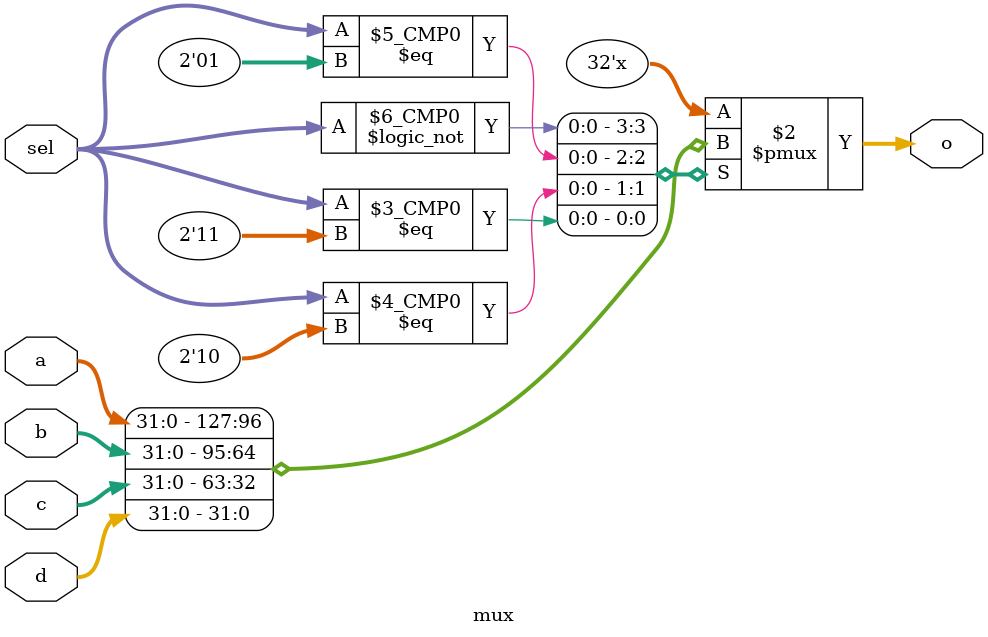
<source format=v>
`timescale 1ns / 1ps


module mux #(parameter WIDTH = 32)
    (
    input [WIDTH-1:0] a,
    input [WIDTH-1:0] b,
    input [WIDTH-1:0] c,
    input [WIDTH-1:0] d,
    input [1:0] sel,
    output reg [WIDTH-1:0] o
    );
    
    always@(*) begin
        case (sel)
            2'b00: o = a;
            2'b01: o = b;
            2'b10: o = c;
            2'b11: o = d;
        endcase
    end
    
endmodule

</source>
